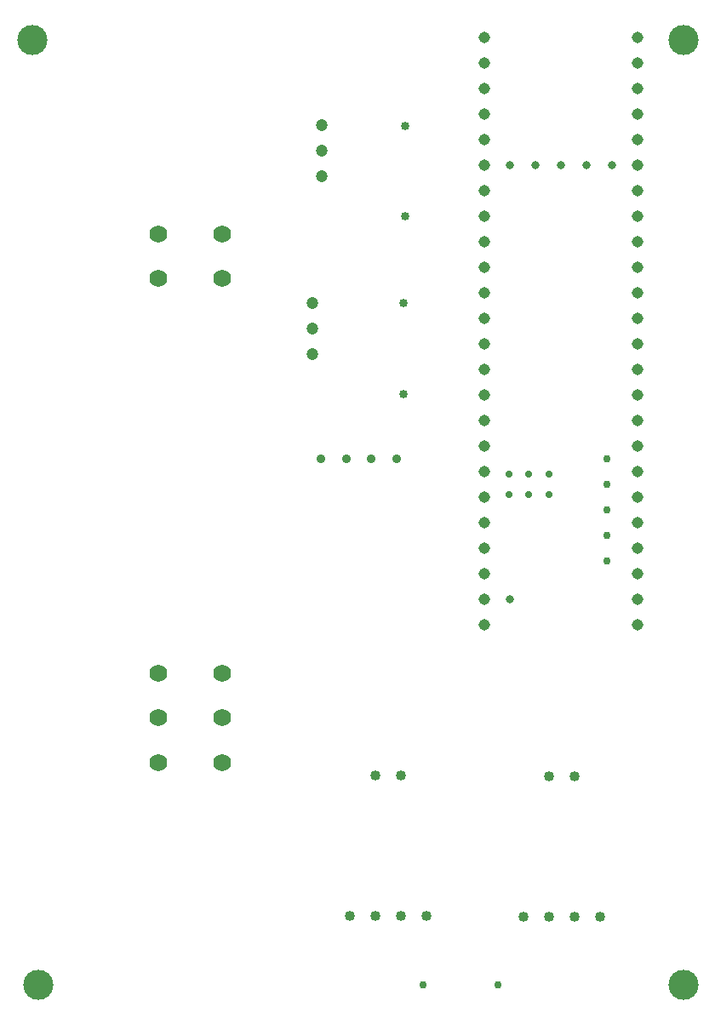
<source format=gbr>
%TF.GenerationSoftware,Altium Limited,Altium Designer,25.2.1 (25)*%
G04 Layer_Color=0*
%FSLAX45Y45*%
%MOMM*%
%TF.SameCoordinates,263333B9-CEA0-44AE-B74E-27EC067FB1C6*%
%TF.FilePolarity,Positive*%
%TF.FileFunction,Plated,1,2,PTH,Drill*%
%TF.Part,Single*%
G01*
G75*
%TA.AperFunction,OtherDrill,Pad Free-5 (50.165mm,3.81mm)*%
%ADD45C,0.76200*%
%TA.AperFunction,OtherDrill,Pad Free-4 (42.672mm,3.81mm)*%
%ADD46C,0.76200*%
%TA.AperFunction,ComponentDrill*%
%ADD47C,1.76000*%
%TA.AperFunction,OtherDrill,Pad Free-3 (68.58mm,97.79mm)*%
%ADD48C,3.00000*%
%TA.AperFunction,OtherDrill,Pad Free-3 (68.58mm,3.81mm)*%
%ADD49C,3.00000*%
%TA.AperFunction,OtherDrill,Pad Free-3 (4.445mm,3.81mm)*%
%ADD50C,3.00000*%
%TA.AperFunction,OtherDrill,Pad Free-3 (3.81mm,97.79mm)*%
%ADD51C,3.00000*%
%TA.AperFunction,ComponentDrill*%
%ADD52C,0.90000*%
%ADD53C,1.14300*%
%ADD54C,0.80000*%
%ADD55C,0.70000*%
%ADD56C,0.75000*%
%ADD57C,1.20000*%
%ADD58C,0.85000*%
%ADD59C,1.01600*%
D45*
X5016500Y381000D02*
D03*
D46*
X4267200D02*
D03*
D47*
X1638300Y3479800D02*
D03*
Y2589800D02*
D03*
X2273300Y3479800D02*
D03*
Y3034800D02*
D03*
Y2589800D02*
D03*
X1638300Y3034800D02*
D03*
Y7848600D02*
D03*
Y7403600D02*
D03*
X2273300Y7848600D02*
D03*
Y7403600D02*
D03*
D48*
X6858000Y9779000D02*
D03*
D49*
Y381000D02*
D03*
D50*
X444500D02*
D03*
D51*
X381000Y9779000D02*
D03*
D52*
X4007200Y5613400D02*
D03*
X3757200D02*
D03*
X3507200D02*
D03*
X3257200D02*
D03*
D53*
X6400300Y3960800D02*
D03*
Y4214800D02*
D03*
X4876300Y7516800D02*
D03*
X6400300Y4468800D02*
D03*
Y4722800D02*
D03*
Y4976800D02*
D03*
Y5230800D02*
D03*
Y5484800D02*
D03*
Y5738800D02*
D03*
Y5992800D02*
D03*
Y6246800D02*
D03*
Y6500800D02*
D03*
Y6754800D02*
D03*
Y7008800D02*
D03*
Y7262800D02*
D03*
Y7516800D02*
D03*
X4876300Y7262800D02*
D03*
Y7008800D02*
D03*
Y6754800D02*
D03*
Y6500800D02*
D03*
Y6246800D02*
D03*
Y5992800D02*
D03*
Y5738800D02*
D03*
Y5484800D02*
D03*
Y5230800D02*
D03*
Y4976800D02*
D03*
Y4722800D02*
D03*
Y4468800D02*
D03*
Y4214800D02*
D03*
Y3960800D02*
D03*
X6400300Y7770800D02*
D03*
Y8024800D02*
D03*
Y8278800D02*
D03*
Y8532800D02*
D03*
Y8786800D02*
D03*
Y9040800D02*
D03*
Y9294800D02*
D03*
Y9548800D02*
D03*
Y9802800D02*
D03*
X4876300D02*
D03*
Y9548800D02*
D03*
Y9294800D02*
D03*
Y9040800D02*
D03*
Y8786800D02*
D03*
Y8532800D02*
D03*
Y8278800D02*
D03*
Y8024800D02*
D03*
Y7770800D02*
D03*
D54*
X6146300Y8532800D02*
D03*
X5892300D02*
D03*
X5638300D02*
D03*
X5130300D02*
D03*
Y4214800D02*
D03*
X5384300Y8532800D02*
D03*
D55*
X5121300Y5457800D02*
D03*
Y5257800D02*
D03*
X5321300Y5457800D02*
D03*
X5521300D02*
D03*
X5321300Y5257800D02*
D03*
X5521300D02*
D03*
D56*
X6095300Y4595800D02*
D03*
Y4849800D02*
D03*
Y5103800D02*
D03*
Y5357800D02*
D03*
Y5611800D02*
D03*
D57*
X3168000Y6654800D02*
D03*
Y6908800D02*
D03*
Y7162800D02*
D03*
X3263900Y8420100D02*
D03*
Y8674100D02*
D03*
Y8928100D02*
D03*
D58*
X4076700Y6255600D02*
D03*
Y7155600D02*
D03*
X4089400Y8020900D02*
D03*
Y8920900D02*
D03*
D59*
X4051300Y2463800D02*
D03*
X3797300D02*
D03*
X3543300Y1066800D02*
D03*
X3797300D02*
D03*
X4051300D02*
D03*
X4305300D02*
D03*
X5778500Y2451100D02*
D03*
X5524500D02*
D03*
X5270500Y1054100D02*
D03*
X5524500D02*
D03*
X5778500D02*
D03*
X6032500D02*
D03*
%TF.MD5,7b42019245445915ea5b03ff79ea6d1d*%
M02*

</source>
